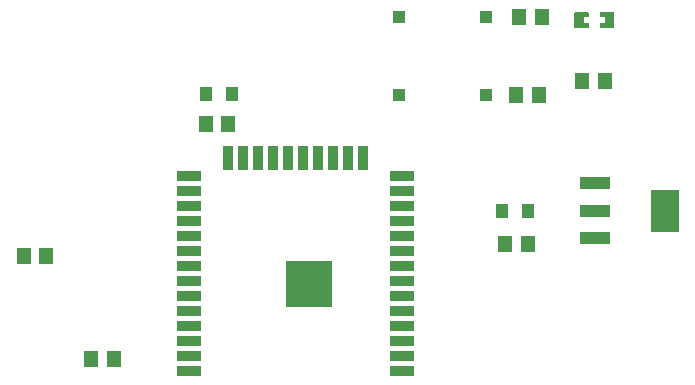
<source format=gtp>
G04*
G04 #@! TF.GenerationSoftware,Altium Limited,Altium Designer,24.1.2 (44)*
G04*
G04 Layer_Color=8421504*
%FSLAX44Y44*%
%MOMM*%
G71*
G04*
G04 #@! TF.SameCoordinates,EDD2AC52-9795-4AC2-B1AA-E3E4142349E3*
G04*
G04*
G04 #@! TF.FilePolarity,Positive*
G04*
G01*
G75*
%ADD17R,1.0000X1.2500*%
%ADD18R,1.2000X1.4000*%
%ADD19R,2.3400X3.6000*%
%ADD20R,2.5000X1.1000*%
%ADD21R,1.1000X1.1000*%
%ADD22R,2.0000X0.9000*%
%ADD23R,0.9000X2.0000*%
%ADD24R,4.0000X4.0000*%
G36*
X777200Y-45770D02*
Y-32970D01*
X777700Y-32470D01*
X789201D01*
X789700Y-32970D01*
X789751Y-37071D01*
X785250D01*
Y-41570D01*
X789650D01*
X789700Y-45770D01*
X789201Y-46270D01*
X777700D01*
X777200Y-45770D01*
D01*
D02*
G37*
G36*
X811300Y-32970D02*
Y-45770D01*
X810800Y-46270D01*
X799299D01*
X798800Y-45770D01*
X798749Y-41670D01*
X803249D01*
Y-37170D01*
X798849D01*
X798800Y-32970D01*
X799299Y-32470D01*
X810800D01*
X811300Y-32970D01*
D01*
D02*
G37*
D17*
X715820Y-201422D02*
D03*
X737820D02*
D03*
X487480Y-101600D02*
D03*
X465480D02*
D03*
D18*
X311150Y-238760D02*
D03*
X330150D02*
D03*
X368350Y-326390D02*
D03*
X387350D02*
D03*
X465480Y-127000D02*
D03*
X484480D02*
D03*
X728370Y-102870D02*
D03*
X747370D02*
D03*
X730910Y-36830D02*
D03*
X749910D02*
D03*
X803250Y-91069D02*
D03*
X784250D02*
D03*
X737820Y-228600D02*
D03*
X718820D02*
D03*
D19*
X853930Y-200660D02*
D03*
D20*
X794530Y-223660D02*
D03*
Y-200660D02*
D03*
Y-177660D02*
D03*
D21*
X629310Y-36830D02*
D03*
X702310D02*
D03*
Y-102870D02*
D03*
X629310D02*
D03*
D22*
X631451Y-336051D02*
D03*
Y-323351D02*
D03*
Y-310651D02*
D03*
Y-297951D02*
D03*
Y-285251D02*
D03*
Y-272551D02*
D03*
Y-259851D02*
D03*
Y-247151D02*
D03*
Y-234451D02*
D03*
Y-221751D02*
D03*
Y-209051D02*
D03*
Y-196351D02*
D03*
Y-183651D02*
D03*
Y-170951D02*
D03*
X451450D02*
D03*
Y-183651D02*
D03*
Y-196351D02*
D03*
Y-209051D02*
D03*
Y-221751D02*
D03*
Y-234451D02*
D03*
Y-247151D02*
D03*
Y-259851D02*
D03*
Y-272551D02*
D03*
Y-285251D02*
D03*
Y-297951D02*
D03*
Y-310651D02*
D03*
Y-323351D02*
D03*
Y-336051D02*
D03*
D23*
X598600Y-155950D02*
D03*
X585900D02*
D03*
X573200D02*
D03*
X560500D02*
D03*
X547800D02*
D03*
X535100D02*
D03*
X522400D02*
D03*
X509700D02*
D03*
X497000D02*
D03*
X484300D02*
D03*
D24*
X552450Y-262890D02*
D03*
M02*

</source>
